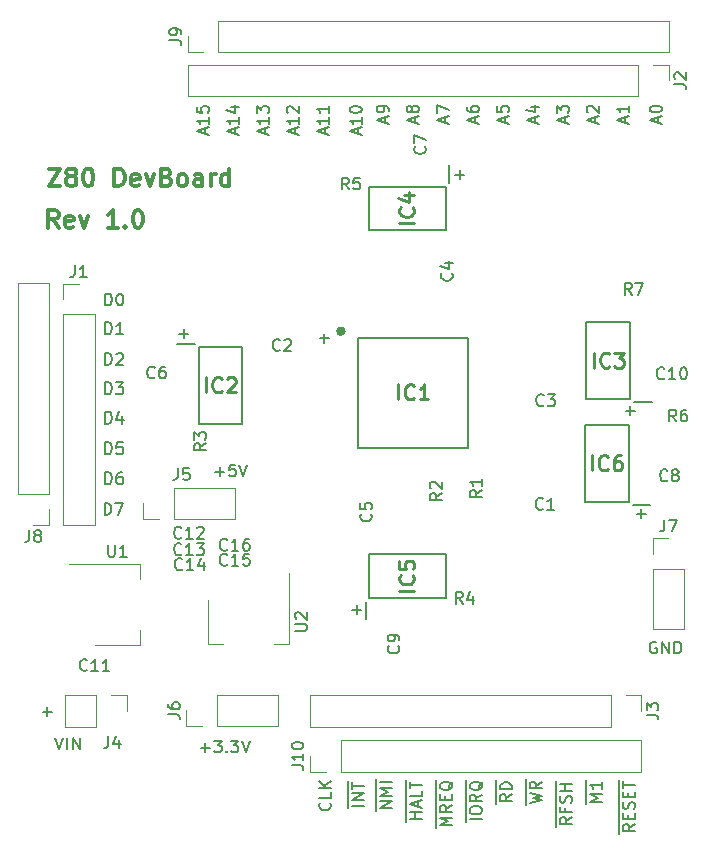
<source format=gbr>
%TF.GenerationSoftware,KiCad,Pcbnew,(5.1.6)-1*%
%TF.CreationDate,2020-09-22T22:19:13+03:00*%
%TF.ProjectId,Z80_devboard,5a38305f-6465-4766-926f-6172642e6b69,rev?*%
%TF.SameCoordinates,Original*%
%TF.FileFunction,Legend,Top*%
%TF.FilePolarity,Positive*%
%FSLAX46Y46*%
G04 Gerber Fmt 4.6, Leading zero omitted, Abs format (unit mm)*
G04 Created by KiCad (PCBNEW (5.1.6)-1) date 2020-09-22 22:19:13*
%MOMM*%
%LPD*%
G01*
G04 APERTURE LIST*
%ADD10C,0.150000*%
%ADD11C,0.300000*%
%ADD12C,0.120000*%
%ADD13C,0.200000*%
%ADD14C,0.400000*%
%ADD15C,0.254000*%
G04 APERTURE END LIST*
D10*
X114058747Y-66594028D02*
X114820652Y-66594028D01*
X114439700Y-66974980D02*
X114439700Y-66213076D01*
X128460547Y-86609228D02*
X129222452Y-86609228D01*
X128841500Y-86990180D02*
X128841500Y-86228276D01*
X129387647Y-95308728D02*
X130149552Y-95308728D01*
X129768600Y-95689680D02*
X129768600Y-94927776D01*
X105321147Y-103436728D02*
X106083052Y-103436728D01*
X105702100Y-103817680D02*
X105702100Y-103055776D01*
X90652647Y-80056028D02*
X91414552Y-80056028D01*
X91033600Y-80436980D02*
X91033600Y-79675076D01*
X102552547Y-80437028D02*
X103314452Y-80437028D01*
X102933500Y-80817980D02*
X102933500Y-80056076D01*
X80184761Y-114260380D02*
X80518095Y-115260380D01*
X80851428Y-114260380D01*
X81184761Y-115260380D02*
X81184761Y-114260380D01*
X81660952Y-115260380D02*
X81660952Y-114260380D01*
X82232380Y-115260380D01*
X82232380Y-114260380D01*
X93710285Y-91765428D02*
X94472190Y-91765428D01*
X94091238Y-92146380D02*
X94091238Y-91384476D01*
X95424571Y-91146380D02*
X94948380Y-91146380D01*
X94900761Y-91622571D01*
X94948380Y-91574952D01*
X95043619Y-91527333D01*
X95281714Y-91527333D01*
X95376952Y-91574952D01*
X95424571Y-91622571D01*
X95472190Y-91717809D01*
X95472190Y-91955904D01*
X95424571Y-92051142D01*
X95376952Y-92098761D01*
X95281714Y-92146380D01*
X95043619Y-92146380D01*
X94948380Y-92098761D01*
X94900761Y-92051142D01*
X95757904Y-91146380D02*
X96091238Y-92146380D01*
X96424571Y-91146380D01*
X92488000Y-115133428D02*
X93249904Y-115133428D01*
X92868952Y-115514380D02*
X92868952Y-114752476D01*
X93630857Y-114514380D02*
X94249904Y-114514380D01*
X93916571Y-114895333D01*
X94059428Y-114895333D01*
X94154666Y-114942952D01*
X94202285Y-114990571D01*
X94249904Y-115085809D01*
X94249904Y-115323904D01*
X94202285Y-115419142D01*
X94154666Y-115466761D01*
X94059428Y-115514380D01*
X93773714Y-115514380D01*
X93678476Y-115466761D01*
X93630857Y-115419142D01*
X94678476Y-115419142D02*
X94726095Y-115466761D01*
X94678476Y-115514380D01*
X94630857Y-115466761D01*
X94678476Y-115419142D01*
X94678476Y-115514380D01*
X95059428Y-114514380D02*
X95678476Y-114514380D01*
X95345142Y-114895333D01*
X95488000Y-114895333D01*
X95583238Y-114942952D01*
X95630857Y-114990571D01*
X95678476Y-115085809D01*
X95678476Y-115323904D01*
X95630857Y-115419142D01*
X95583238Y-115466761D01*
X95488000Y-115514380D01*
X95202285Y-115514380D01*
X95107047Y-115466761D01*
X95059428Y-115419142D01*
X95964190Y-114514380D02*
X96297523Y-115514380D01*
X96630857Y-114514380D01*
X131064095Y-106180000D02*
X130968857Y-106132380D01*
X130826000Y-106132380D01*
X130683142Y-106180000D01*
X130587904Y-106275238D01*
X130540285Y-106370476D01*
X130492666Y-106560952D01*
X130492666Y-106703809D01*
X130540285Y-106894285D01*
X130587904Y-106989523D01*
X130683142Y-107084761D01*
X130826000Y-107132380D01*
X130921238Y-107132380D01*
X131064095Y-107084761D01*
X131111714Y-107037142D01*
X131111714Y-106703809D01*
X130921238Y-106703809D01*
X131540285Y-107132380D02*
X131540285Y-106132380D01*
X132111714Y-107132380D01*
X132111714Y-106132380D01*
X132587904Y-107132380D02*
X132587904Y-106132380D01*
X132826000Y-106132380D01*
X132968857Y-106180000D01*
X133064095Y-106275238D01*
X133111714Y-106370476D01*
X133159333Y-106560952D01*
X133159333Y-106703809D01*
X133111714Y-106894285D01*
X133064095Y-106989523D01*
X132968857Y-107084761D01*
X132826000Y-107132380D01*
X132587904Y-107132380D01*
X92876666Y-63166476D02*
X92876666Y-62690285D01*
X93162380Y-63261714D02*
X92162380Y-62928380D01*
X93162380Y-62595047D01*
X93162380Y-61737904D02*
X93162380Y-62309333D01*
X93162380Y-62023619D02*
X92162380Y-62023619D01*
X92305238Y-62118857D01*
X92400476Y-62214095D01*
X92448095Y-62309333D01*
X92162380Y-60833142D02*
X92162380Y-61309333D01*
X92638571Y-61356952D01*
X92590952Y-61309333D01*
X92543333Y-61214095D01*
X92543333Y-60976000D01*
X92590952Y-60880761D01*
X92638571Y-60833142D01*
X92733809Y-60785523D01*
X92971904Y-60785523D01*
X93067142Y-60833142D01*
X93114761Y-60880761D01*
X93162380Y-60976000D01*
X93162380Y-61214095D01*
X93114761Y-61309333D01*
X93067142Y-61356952D01*
X95416666Y-63166476D02*
X95416666Y-62690285D01*
X95702380Y-63261714D02*
X94702380Y-62928380D01*
X95702380Y-62595047D01*
X95702380Y-61737904D02*
X95702380Y-62309333D01*
X95702380Y-62023619D02*
X94702380Y-62023619D01*
X94845238Y-62118857D01*
X94940476Y-62214095D01*
X94988095Y-62309333D01*
X95035714Y-60880761D02*
X95702380Y-60880761D01*
X94654761Y-61118857D02*
X95369047Y-61356952D01*
X95369047Y-60737904D01*
X97956666Y-63166476D02*
X97956666Y-62690285D01*
X98242380Y-63261714D02*
X97242380Y-62928380D01*
X98242380Y-62595047D01*
X98242380Y-61737904D02*
X98242380Y-62309333D01*
X98242380Y-62023619D02*
X97242380Y-62023619D01*
X97385238Y-62118857D01*
X97480476Y-62214095D01*
X97528095Y-62309333D01*
X97242380Y-61404571D02*
X97242380Y-60785523D01*
X97623333Y-61118857D01*
X97623333Y-60976000D01*
X97670952Y-60880761D01*
X97718571Y-60833142D01*
X97813809Y-60785523D01*
X98051904Y-60785523D01*
X98147142Y-60833142D01*
X98194761Y-60880761D01*
X98242380Y-60976000D01*
X98242380Y-61261714D01*
X98194761Y-61356952D01*
X98147142Y-61404571D01*
X100496666Y-63166476D02*
X100496666Y-62690285D01*
X100782380Y-63261714D02*
X99782380Y-62928380D01*
X100782380Y-62595047D01*
X100782380Y-61737904D02*
X100782380Y-62309333D01*
X100782380Y-62023619D02*
X99782380Y-62023619D01*
X99925238Y-62118857D01*
X100020476Y-62214095D01*
X100068095Y-62309333D01*
X99877619Y-61356952D02*
X99830000Y-61309333D01*
X99782380Y-61214095D01*
X99782380Y-60976000D01*
X99830000Y-60880761D01*
X99877619Y-60833142D01*
X99972857Y-60785523D01*
X100068095Y-60785523D01*
X100210952Y-60833142D01*
X100782380Y-61404571D01*
X100782380Y-60785523D01*
X103036666Y-63166476D02*
X103036666Y-62690285D01*
X103322380Y-63261714D02*
X102322380Y-62928380D01*
X103322380Y-62595047D01*
X103322380Y-61737904D02*
X103322380Y-62309333D01*
X103322380Y-62023619D02*
X102322380Y-62023619D01*
X102465238Y-62118857D01*
X102560476Y-62214095D01*
X102608095Y-62309333D01*
X103322380Y-60785523D02*
X103322380Y-61356952D01*
X103322380Y-61071238D02*
X102322380Y-61071238D01*
X102465238Y-61166476D01*
X102560476Y-61261714D01*
X102608095Y-61356952D01*
X105830666Y-63166476D02*
X105830666Y-62690285D01*
X106116380Y-63261714D02*
X105116380Y-62928380D01*
X106116380Y-62595047D01*
X106116380Y-61737904D02*
X106116380Y-62309333D01*
X106116380Y-62023619D02*
X105116380Y-62023619D01*
X105259238Y-62118857D01*
X105354476Y-62214095D01*
X105402095Y-62309333D01*
X105116380Y-61118857D02*
X105116380Y-61023619D01*
X105164000Y-60928380D01*
X105211619Y-60880761D01*
X105306857Y-60833142D01*
X105497333Y-60785523D01*
X105735428Y-60785523D01*
X105925904Y-60833142D01*
X106021142Y-60880761D01*
X106068761Y-60928380D01*
X106116380Y-61023619D01*
X106116380Y-61118857D01*
X106068761Y-61214095D01*
X106021142Y-61261714D01*
X105925904Y-61309333D01*
X105735428Y-61356952D01*
X105497333Y-61356952D01*
X105306857Y-61309333D01*
X105211619Y-61261714D01*
X105164000Y-61214095D01*
X105116380Y-61118857D01*
X108116666Y-62182285D02*
X108116666Y-61706095D01*
X108402380Y-62277523D02*
X107402380Y-61944190D01*
X108402380Y-61610857D01*
X108402380Y-61229904D02*
X108402380Y-61039428D01*
X108354761Y-60944190D01*
X108307142Y-60896571D01*
X108164285Y-60801333D01*
X107973809Y-60753714D01*
X107592857Y-60753714D01*
X107497619Y-60801333D01*
X107450000Y-60848952D01*
X107402380Y-60944190D01*
X107402380Y-61134666D01*
X107450000Y-61229904D01*
X107497619Y-61277523D01*
X107592857Y-61325142D01*
X107830952Y-61325142D01*
X107926190Y-61277523D01*
X107973809Y-61229904D01*
X108021428Y-61134666D01*
X108021428Y-60944190D01*
X107973809Y-60848952D01*
X107926190Y-60801333D01*
X107830952Y-60753714D01*
X110656666Y-62182285D02*
X110656666Y-61706095D01*
X110942380Y-62277523D02*
X109942380Y-61944190D01*
X110942380Y-61610857D01*
X110370952Y-61134666D02*
X110323333Y-61229904D01*
X110275714Y-61277523D01*
X110180476Y-61325142D01*
X110132857Y-61325142D01*
X110037619Y-61277523D01*
X109990000Y-61229904D01*
X109942380Y-61134666D01*
X109942380Y-60944190D01*
X109990000Y-60848952D01*
X110037619Y-60801333D01*
X110132857Y-60753714D01*
X110180476Y-60753714D01*
X110275714Y-60801333D01*
X110323333Y-60848952D01*
X110370952Y-60944190D01*
X110370952Y-61134666D01*
X110418571Y-61229904D01*
X110466190Y-61277523D01*
X110561428Y-61325142D01*
X110751904Y-61325142D01*
X110847142Y-61277523D01*
X110894761Y-61229904D01*
X110942380Y-61134666D01*
X110942380Y-60944190D01*
X110894761Y-60848952D01*
X110847142Y-60801333D01*
X110751904Y-60753714D01*
X110561428Y-60753714D01*
X110466190Y-60801333D01*
X110418571Y-60848952D01*
X110370952Y-60944190D01*
X113196666Y-62182285D02*
X113196666Y-61706095D01*
X113482380Y-62277523D02*
X112482380Y-61944190D01*
X113482380Y-61610857D01*
X112482380Y-61372761D02*
X112482380Y-60706095D01*
X113482380Y-61134666D01*
X115736666Y-62182285D02*
X115736666Y-61706095D01*
X116022380Y-62277523D02*
X115022380Y-61944190D01*
X116022380Y-61610857D01*
X115022380Y-60848952D02*
X115022380Y-61039428D01*
X115070000Y-61134666D01*
X115117619Y-61182285D01*
X115260476Y-61277523D01*
X115450952Y-61325142D01*
X115831904Y-61325142D01*
X115927142Y-61277523D01*
X115974761Y-61229904D01*
X116022380Y-61134666D01*
X116022380Y-60944190D01*
X115974761Y-60848952D01*
X115927142Y-60801333D01*
X115831904Y-60753714D01*
X115593809Y-60753714D01*
X115498571Y-60801333D01*
X115450952Y-60848952D01*
X115403333Y-60944190D01*
X115403333Y-61134666D01*
X115450952Y-61229904D01*
X115498571Y-61277523D01*
X115593809Y-61325142D01*
X118276666Y-62182285D02*
X118276666Y-61706095D01*
X118562380Y-62277523D02*
X117562380Y-61944190D01*
X118562380Y-61610857D01*
X117562380Y-60801333D02*
X117562380Y-61277523D01*
X118038571Y-61325142D01*
X117990952Y-61277523D01*
X117943333Y-61182285D01*
X117943333Y-60944190D01*
X117990952Y-60848952D01*
X118038571Y-60801333D01*
X118133809Y-60753714D01*
X118371904Y-60753714D01*
X118467142Y-60801333D01*
X118514761Y-60848952D01*
X118562380Y-60944190D01*
X118562380Y-61182285D01*
X118514761Y-61277523D01*
X118467142Y-61325142D01*
X120816666Y-62182285D02*
X120816666Y-61706095D01*
X121102380Y-62277523D02*
X120102380Y-61944190D01*
X121102380Y-61610857D01*
X120435714Y-60848952D02*
X121102380Y-60848952D01*
X120054761Y-61087047D02*
X120769047Y-61325142D01*
X120769047Y-60706095D01*
X123356666Y-62182285D02*
X123356666Y-61706095D01*
X123642380Y-62277523D02*
X122642380Y-61944190D01*
X123642380Y-61610857D01*
X122642380Y-61372761D02*
X122642380Y-60753714D01*
X123023333Y-61087047D01*
X123023333Y-60944190D01*
X123070952Y-60848952D01*
X123118571Y-60801333D01*
X123213809Y-60753714D01*
X123451904Y-60753714D01*
X123547142Y-60801333D01*
X123594761Y-60848952D01*
X123642380Y-60944190D01*
X123642380Y-61229904D01*
X123594761Y-61325142D01*
X123547142Y-61372761D01*
X125896666Y-62182285D02*
X125896666Y-61706095D01*
X126182380Y-62277523D02*
X125182380Y-61944190D01*
X126182380Y-61610857D01*
X125277619Y-61325142D02*
X125230000Y-61277523D01*
X125182380Y-61182285D01*
X125182380Y-60944190D01*
X125230000Y-60848952D01*
X125277619Y-60801333D01*
X125372857Y-60753714D01*
X125468095Y-60753714D01*
X125610952Y-60801333D01*
X126182380Y-61372761D01*
X126182380Y-60753714D01*
X128436666Y-62182285D02*
X128436666Y-61706095D01*
X128722380Y-62277523D02*
X127722380Y-61944190D01*
X128722380Y-61610857D01*
X128722380Y-60753714D02*
X128722380Y-61325142D01*
X128722380Y-61039428D02*
X127722380Y-61039428D01*
X127865238Y-61134666D01*
X127960476Y-61229904D01*
X128008095Y-61325142D01*
X131230666Y-62182285D02*
X131230666Y-61706095D01*
X131516380Y-62277523D02*
X130516380Y-61944190D01*
X131516380Y-61610857D01*
X130516380Y-61087047D02*
X130516380Y-60991809D01*
X130564000Y-60896571D01*
X130611619Y-60848952D01*
X130706857Y-60801333D01*
X130897333Y-60753714D01*
X131135428Y-60753714D01*
X131325904Y-60801333D01*
X131421142Y-60848952D01*
X131468761Y-60896571D01*
X131516380Y-60991809D01*
X131516380Y-61087047D01*
X131468761Y-61182285D01*
X131421142Y-61229904D01*
X131325904Y-61277523D01*
X131135428Y-61325142D01*
X130897333Y-61325142D01*
X130706857Y-61277523D01*
X130611619Y-61229904D01*
X130564000Y-61182285D01*
X130516380Y-61087047D01*
X127863000Y-122403904D02*
X127863000Y-121403904D01*
X129230380Y-121594380D02*
X128754190Y-121927714D01*
X129230380Y-122165809D02*
X128230380Y-122165809D01*
X128230380Y-121784857D01*
X128278000Y-121689619D01*
X128325619Y-121642000D01*
X128420857Y-121594380D01*
X128563714Y-121594380D01*
X128658952Y-121642000D01*
X128706571Y-121689619D01*
X128754190Y-121784857D01*
X128754190Y-122165809D01*
X127863000Y-121403904D02*
X127863000Y-120499142D01*
X128706571Y-121165809D02*
X128706571Y-120832476D01*
X129230380Y-120689619D02*
X129230380Y-121165809D01*
X128230380Y-121165809D01*
X128230380Y-120689619D01*
X127863000Y-120499142D02*
X127863000Y-119546761D01*
X129182761Y-120308666D02*
X129230380Y-120165809D01*
X129230380Y-119927714D01*
X129182761Y-119832476D01*
X129135142Y-119784857D01*
X129039904Y-119737238D01*
X128944666Y-119737238D01*
X128849428Y-119784857D01*
X128801809Y-119832476D01*
X128754190Y-119927714D01*
X128706571Y-120118190D01*
X128658952Y-120213428D01*
X128611333Y-120261047D01*
X128516095Y-120308666D01*
X128420857Y-120308666D01*
X128325619Y-120261047D01*
X128278000Y-120213428D01*
X128230380Y-120118190D01*
X128230380Y-119880095D01*
X128278000Y-119737238D01*
X127863000Y-119546761D02*
X127863000Y-118642000D01*
X128706571Y-119308666D02*
X128706571Y-118975333D01*
X129230380Y-118832476D02*
X129230380Y-119308666D01*
X128230380Y-119308666D01*
X128230380Y-118832476D01*
X127863000Y-118642000D02*
X127863000Y-117880095D01*
X128230380Y-118546761D02*
X128230380Y-117975333D01*
X129230380Y-118261047D02*
X128230380Y-118261047D01*
X122529000Y-121816571D02*
X122529000Y-120816571D01*
X123896380Y-121007047D02*
X123420190Y-121340380D01*
X123896380Y-121578476D02*
X122896380Y-121578476D01*
X122896380Y-121197523D01*
X122944000Y-121102285D01*
X122991619Y-121054666D01*
X123086857Y-121007047D01*
X123229714Y-121007047D01*
X123324952Y-121054666D01*
X123372571Y-121102285D01*
X123420190Y-121197523D01*
X123420190Y-121578476D01*
X122529000Y-120816571D02*
X122529000Y-119959428D01*
X123372571Y-120245142D02*
X123372571Y-120578476D01*
X123896380Y-120578476D02*
X122896380Y-120578476D01*
X122896380Y-120102285D01*
X122529000Y-119959428D02*
X122529000Y-119007047D01*
X123848761Y-119768952D02*
X123896380Y-119626095D01*
X123896380Y-119388000D01*
X123848761Y-119292761D01*
X123801142Y-119245142D01*
X123705904Y-119197523D01*
X123610666Y-119197523D01*
X123515428Y-119245142D01*
X123467809Y-119292761D01*
X123420190Y-119388000D01*
X123372571Y-119578476D01*
X123324952Y-119673714D01*
X123277333Y-119721333D01*
X123182095Y-119768952D01*
X123086857Y-119768952D01*
X122991619Y-119721333D01*
X122944000Y-119673714D01*
X122896380Y-119578476D01*
X122896380Y-119340380D01*
X122944000Y-119197523D01*
X122529000Y-119007047D02*
X122529000Y-117959428D01*
X123896380Y-118768952D02*
X122896380Y-118768952D01*
X123372571Y-118768952D02*
X123372571Y-118197523D01*
X123896380Y-118197523D02*
X122896380Y-118197523D01*
X117449000Y-119872000D02*
X117449000Y-118872000D01*
X118816380Y-119062476D02*
X118340190Y-119395809D01*
X118816380Y-119633904D02*
X117816380Y-119633904D01*
X117816380Y-119252952D01*
X117864000Y-119157714D01*
X117911619Y-119110095D01*
X118006857Y-119062476D01*
X118149714Y-119062476D01*
X118244952Y-119110095D01*
X118292571Y-119157714D01*
X118340190Y-119252952D01*
X118340190Y-119633904D01*
X117449000Y-118872000D02*
X117449000Y-117872000D01*
X118816380Y-118633904D02*
X117816380Y-118633904D01*
X117816380Y-118395809D01*
X117864000Y-118252952D01*
X117959238Y-118157714D01*
X118054476Y-118110095D01*
X118244952Y-118062476D01*
X118387809Y-118062476D01*
X118578285Y-118110095D01*
X118673523Y-118157714D01*
X118768761Y-118252952D01*
X118816380Y-118395809D01*
X118816380Y-118633904D01*
X112369000Y-121935619D02*
X112369000Y-120792761D01*
X113736380Y-121697523D02*
X112736380Y-121697523D01*
X113450666Y-121364190D01*
X112736380Y-121030857D01*
X113736380Y-121030857D01*
X112369000Y-120792761D02*
X112369000Y-119792761D01*
X113736380Y-119983238D02*
X113260190Y-120316571D01*
X113736380Y-120554666D02*
X112736380Y-120554666D01*
X112736380Y-120173714D01*
X112784000Y-120078476D01*
X112831619Y-120030857D01*
X112926857Y-119983238D01*
X113069714Y-119983238D01*
X113164952Y-120030857D01*
X113212571Y-120078476D01*
X113260190Y-120173714D01*
X113260190Y-120554666D01*
X112369000Y-119792761D02*
X112369000Y-118888000D01*
X113212571Y-119554666D02*
X113212571Y-119221333D01*
X113736380Y-119078476D02*
X113736380Y-119554666D01*
X112736380Y-119554666D01*
X112736380Y-119078476D01*
X112369000Y-118888000D02*
X112369000Y-117840380D01*
X113831619Y-117983238D02*
X113784000Y-118078476D01*
X113688761Y-118173714D01*
X113545904Y-118316571D01*
X113498285Y-118411809D01*
X113498285Y-118507047D01*
X113736380Y-118459428D02*
X113688761Y-118554666D01*
X113593523Y-118649904D01*
X113403047Y-118697523D01*
X113069714Y-118697523D01*
X112879238Y-118649904D01*
X112784000Y-118554666D01*
X112736380Y-118459428D01*
X112736380Y-118268952D01*
X112784000Y-118173714D01*
X112879238Y-118078476D01*
X113069714Y-118030857D01*
X113403047Y-118030857D01*
X113593523Y-118078476D01*
X113688761Y-118173714D01*
X113736380Y-118268952D01*
X113736380Y-118459428D01*
X125069000Y-119919619D02*
X125069000Y-118776761D01*
X126436380Y-119681523D02*
X125436380Y-119681523D01*
X126150666Y-119348190D01*
X125436380Y-119014857D01*
X126436380Y-119014857D01*
X125069000Y-118776761D02*
X125069000Y-117824380D01*
X126436380Y-118014857D02*
X126436380Y-118586285D01*
X126436380Y-118300571D02*
X125436380Y-118300571D01*
X125579238Y-118395809D01*
X125674476Y-118491047D01*
X125722095Y-118586285D01*
X119989000Y-119943428D02*
X119989000Y-118800571D01*
X120356380Y-119800571D02*
X121356380Y-119562476D01*
X120642095Y-119372000D01*
X121356380Y-119181523D01*
X120356380Y-118943428D01*
X119989000Y-118800571D02*
X119989000Y-117800571D01*
X121356380Y-117991047D02*
X120880190Y-118324380D01*
X121356380Y-118562476D02*
X120356380Y-118562476D01*
X120356380Y-118181523D01*
X120404000Y-118086285D01*
X120451619Y-118038666D01*
X120546857Y-117991047D01*
X120689714Y-117991047D01*
X120784952Y-118038666D01*
X120832571Y-118086285D01*
X120880190Y-118181523D01*
X120880190Y-118562476D01*
X114909000Y-121419714D02*
X114909000Y-120943523D01*
X116276380Y-121181619D02*
X115276380Y-121181619D01*
X114909000Y-120943523D02*
X114909000Y-119895904D01*
X115276380Y-120514952D02*
X115276380Y-120324476D01*
X115324000Y-120229238D01*
X115419238Y-120134000D01*
X115609714Y-120086380D01*
X115943047Y-120086380D01*
X116133523Y-120134000D01*
X116228761Y-120229238D01*
X116276380Y-120324476D01*
X116276380Y-120514952D01*
X116228761Y-120610190D01*
X116133523Y-120705428D01*
X115943047Y-120753047D01*
X115609714Y-120753047D01*
X115419238Y-120705428D01*
X115324000Y-120610190D01*
X115276380Y-120514952D01*
X114909000Y-119895904D02*
X114909000Y-118895904D01*
X116276380Y-119086380D02*
X115800190Y-119419714D01*
X116276380Y-119657809D02*
X115276380Y-119657809D01*
X115276380Y-119276857D01*
X115324000Y-119181619D01*
X115371619Y-119134000D01*
X115466857Y-119086380D01*
X115609714Y-119086380D01*
X115704952Y-119134000D01*
X115752571Y-119181619D01*
X115800190Y-119276857D01*
X115800190Y-119657809D01*
X114909000Y-118895904D02*
X114909000Y-117848285D01*
X116371619Y-117991142D02*
X116324000Y-118086380D01*
X116228761Y-118181619D01*
X116085904Y-118324476D01*
X116038285Y-118419714D01*
X116038285Y-118514952D01*
X116276380Y-118467333D02*
X116228761Y-118562571D01*
X116133523Y-118657809D01*
X115943047Y-118705428D01*
X115609714Y-118705428D01*
X115419238Y-118657809D01*
X115324000Y-118562571D01*
X115276380Y-118467333D01*
X115276380Y-118276857D01*
X115324000Y-118181619D01*
X115419238Y-118086380D01*
X115609714Y-118038761D01*
X115943047Y-118038761D01*
X116133523Y-118086380D01*
X116228761Y-118181619D01*
X116276380Y-118276857D01*
X116276380Y-118467333D01*
X109829000Y-121372095D02*
X109829000Y-120324476D01*
X111196380Y-121134000D02*
X110196380Y-121134000D01*
X110672571Y-121134000D02*
X110672571Y-120562571D01*
X111196380Y-120562571D02*
X110196380Y-120562571D01*
X109829000Y-120324476D02*
X109829000Y-119467333D01*
X110910666Y-120134000D02*
X110910666Y-119657809D01*
X111196380Y-120229238D02*
X110196380Y-119895904D01*
X111196380Y-119562571D01*
X109829000Y-119467333D02*
X109829000Y-118657809D01*
X111196380Y-118753047D02*
X111196380Y-119229238D01*
X110196380Y-119229238D01*
X109829000Y-118657809D02*
X109829000Y-117895904D01*
X110196380Y-118562571D02*
X110196380Y-117991142D01*
X111196380Y-118276857D02*
X110196380Y-118276857D01*
X107289000Y-120459333D02*
X107289000Y-119411714D01*
X108656380Y-120221238D02*
X107656380Y-120221238D01*
X108656380Y-119649809D01*
X107656380Y-119649809D01*
X107289000Y-119411714D02*
X107289000Y-118268857D01*
X108656380Y-119173619D02*
X107656380Y-119173619D01*
X108370666Y-118840285D01*
X107656380Y-118506952D01*
X108656380Y-118506952D01*
X107289000Y-118268857D02*
X107289000Y-117792666D01*
X108656380Y-118030761D02*
X107656380Y-118030761D01*
X104926800Y-120256157D02*
X104926800Y-119779966D01*
X106294180Y-120018061D02*
X105294180Y-120018061D01*
X104926800Y-119779966D02*
X104926800Y-118732347D01*
X106294180Y-119541871D02*
X105294180Y-119541871D01*
X106294180Y-118970442D01*
X105294180Y-118970442D01*
X104926800Y-118732347D02*
X104926800Y-117970442D01*
X105294180Y-118637109D02*
X105294180Y-118065680D01*
X106294180Y-118351395D02*
X105294180Y-118351395D01*
X103417642Y-119784738D02*
X103465261Y-119832357D01*
X103512880Y-119975214D01*
X103512880Y-120070452D01*
X103465261Y-120213309D01*
X103370023Y-120308547D01*
X103274785Y-120356166D01*
X103084309Y-120403785D01*
X102941452Y-120403785D01*
X102750976Y-120356166D01*
X102655738Y-120308547D01*
X102560500Y-120213309D01*
X102512880Y-120070452D01*
X102512880Y-119975214D01*
X102560500Y-119832357D01*
X102608119Y-119784738D01*
X103512880Y-118879976D02*
X103512880Y-119356166D01*
X102512880Y-119356166D01*
X103512880Y-118546642D02*
X102512880Y-118546642D01*
X103512880Y-117975214D02*
X102941452Y-118403785D01*
X102512880Y-117975214D02*
X103084309Y-118546642D01*
X79121047Y-112085428D02*
X79882952Y-112085428D01*
X79502000Y-112466380D02*
X79502000Y-111704476D01*
X84351904Y-95397580D02*
X84351904Y-94397580D01*
X84590000Y-94397580D01*
X84732857Y-94445200D01*
X84828095Y-94540438D01*
X84875714Y-94635676D01*
X84923333Y-94826152D01*
X84923333Y-94969009D01*
X84875714Y-95159485D01*
X84828095Y-95254723D01*
X84732857Y-95349961D01*
X84590000Y-95397580D01*
X84351904Y-95397580D01*
X85256666Y-94397580D02*
X85923333Y-94397580D01*
X85494761Y-95397580D01*
X84402704Y-92806780D02*
X84402704Y-91806780D01*
X84640800Y-91806780D01*
X84783657Y-91854400D01*
X84878895Y-91949638D01*
X84926514Y-92044876D01*
X84974133Y-92235352D01*
X84974133Y-92378209D01*
X84926514Y-92568685D01*
X84878895Y-92663923D01*
X84783657Y-92759161D01*
X84640800Y-92806780D01*
X84402704Y-92806780D01*
X85831276Y-91806780D02*
X85640800Y-91806780D01*
X85545561Y-91854400D01*
X85497942Y-91902019D01*
X85402704Y-92044876D01*
X85355085Y-92235352D01*
X85355085Y-92616304D01*
X85402704Y-92711542D01*
X85450323Y-92759161D01*
X85545561Y-92806780D01*
X85736038Y-92806780D01*
X85831276Y-92759161D01*
X85878895Y-92711542D01*
X85926514Y-92616304D01*
X85926514Y-92378209D01*
X85878895Y-92282971D01*
X85831276Y-92235352D01*
X85736038Y-92187733D01*
X85545561Y-92187733D01*
X85450323Y-92235352D01*
X85402704Y-92282971D01*
X85355085Y-92378209D01*
X84402704Y-90266780D02*
X84402704Y-89266780D01*
X84640800Y-89266780D01*
X84783657Y-89314400D01*
X84878895Y-89409638D01*
X84926514Y-89504876D01*
X84974133Y-89695352D01*
X84974133Y-89838209D01*
X84926514Y-90028685D01*
X84878895Y-90123923D01*
X84783657Y-90219161D01*
X84640800Y-90266780D01*
X84402704Y-90266780D01*
X85878895Y-89266780D02*
X85402704Y-89266780D01*
X85355085Y-89742971D01*
X85402704Y-89695352D01*
X85497942Y-89647733D01*
X85736038Y-89647733D01*
X85831276Y-89695352D01*
X85878895Y-89742971D01*
X85926514Y-89838209D01*
X85926514Y-90076304D01*
X85878895Y-90171542D01*
X85831276Y-90219161D01*
X85736038Y-90266780D01*
X85497942Y-90266780D01*
X85402704Y-90219161D01*
X85355085Y-90171542D01*
X84402704Y-87675980D02*
X84402704Y-86675980D01*
X84640800Y-86675980D01*
X84783657Y-86723600D01*
X84878895Y-86818838D01*
X84926514Y-86914076D01*
X84974133Y-87104552D01*
X84974133Y-87247409D01*
X84926514Y-87437885D01*
X84878895Y-87533123D01*
X84783657Y-87628361D01*
X84640800Y-87675980D01*
X84402704Y-87675980D01*
X85831276Y-87009314D02*
X85831276Y-87675980D01*
X85593180Y-86628361D02*
X85355085Y-87342647D01*
X85974133Y-87342647D01*
X84402704Y-85186780D02*
X84402704Y-84186780D01*
X84640800Y-84186780D01*
X84783657Y-84234400D01*
X84878895Y-84329638D01*
X84926514Y-84424876D01*
X84974133Y-84615352D01*
X84974133Y-84758209D01*
X84926514Y-84948685D01*
X84878895Y-85043923D01*
X84783657Y-85139161D01*
X84640800Y-85186780D01*
X84402704Y-85186780D01*
X85307466Y-84186780D02*
X85926514Y-84186780D01*
X85593180Y-84567733D01*
X85736038Y-84567733D01*
X85831276Y-84615352D01*
X85878895Y-84662971D01*
X85926514Y-84758209D01*
X85926514Y-84996304D01*
X85878895Y-85091542D01*
X85831276Y-85139161D01*
X85736038Y-85186780D01*
X85450323Y-85186780D01*
X85355085Y-85139161D01*
X85307466Y-85091542D01*
X84402704Y-82697580D02*
X84402704Y-81697580D01*
X84640800Y-81697580D01*
X84783657Y-81745200D01*
X84878895Y-81840438D01*
X84926514Y-81935676D01*
X84974133Y-82126152D01*
X84974133Y-82269009D01*
X84926514Y-82459485D01*
X84878895Y-82554723D01*
X84783657Y-82649961D01*
X84640800Y-82697580D01*
X84402704Y-82697580D01*
X85355085Y-81792819D02*
X85402704Y-81745200D01*
X85497942Y-81697580D01*
X85736038Y-81697580D01*
X85831276Y-81745200D01*
X85878895Y-81792819D01*
X85926514Y-81888057D01*
X85926514Y-81983295D01*
X85878895Y-82126152D01*
X85307466Y-82697580D01*
X85926514Y-82697580D01*
X84402704Y-80106780D02*
X84402704Y-79106780D01*
X84640800Y-79106780D01*
X84783657Y-79154400D01*
X84878895Y-79249638D01*
X84926514Y-79344876D01*
X84974133Y-79535352D01*
X84974133Y-79678209D01*
X84926514Y-79868685D01*
X84878895Y-79963923D01*
X84783657Y-80059161D01*
X84640800Y-80106780D01*
X84402704Y-80106780D01*
X85926514Y-80106780D02*
X85355085Y-80106780D01*
X85640800Y-80106780D02*
X85640800Y-79106780D01*
X85545561Y-79249638D01*
X85450323Y-79344876D01*
X85355085Y-79392495D01*
X84402704Y-77668380D02*
X84402704Y-76668380D01*
X84640800Y-76668380D01*
X84783657Y-76716000D01*
X84878895Y-76811238D01*
X84926514Y-76906476D01*
X84974133Y-77096952D01*
X84974133Y-77239809D01*
X84926514Y-77430285D01*
X84878895Y-77525523D01*
X84783657Y-77620761D01*
X84640800Y-77668380D01*
X84402704Y-77668380D01*
X85593180Y-76668380D02*
X85688419Y-76668380D01*
X85783657Y-76716000D01*
X85831276Y-76763619D01*
X85878895Y-76858857D01*
X85926514Y-77049333D01*
X85926514Y-77287428D01*
X85878895Y-77477904D01*
X85831276Y-77573142D01*
X85783657Y-77620761D01*
X85688419Y-77668380D01*
X85593180Y-77668380D01*
X85497942Y-77620761D01*
X85450323Y-77573142D01*
X85402704Y-77477904D01*
X85355085Y-77287428D01*
X85355085Y-77049333D01*
X85402704Y-76858857D01*
X85450323Y-76763619D01*
X85497942Y-76716000D01*
X85593180Y-76668380D01*
D11*
X80458857Y-71087371D02*
X79958857Y-70373085D01*
X79601714Y-71087371D02*
X79601714Y-69587371D01*
X80173142Y-69587371D01*
X80316000Y-69658800D01*
X80387428Y-69730228D01*
X80458857Y-69873085D01*
X80458857Y-70087371D01*
X80387428Y-70230228D01*
X80316000Y-70301657D01*
X80173142Y-70373085D01*
X79601714Y-70373085D01*
X81673142Y-71015942D02*
X81530285Y-71087371D01*
X81244571Y-71087371D01*
X81101714Y-71015942D01*
X81030285Y-70873085D01*
X81030285Y-70301657D01*
X81101714Y-70158800D01*
X81244571Y-70087371D01*
X81530285Y-70087371D01*
X81673142Y-70158800D01*
X81744571Y-70301657D01*
X81744571Y-70444514D01*
X81030285Y-70587371D01*
X82244571Y-70087371D02*
X82601714Y-71087371D01*
X82958857Y-70087371D01*
X85458857Y-71087371D02*
X84601714Y-71087371D01*
X85030285Y-71087371D02*
X85030285Y-69587371D01*
X84887428Y-69801657D01*
X84744571Y-69944514D01*
X84601714Y-70015942D01*
X86101714Y-70944514D02*
X86173142Y-71015942D01*
X86101714Y-71087371D01*
X86030285Y-71015942D01*
X86101714Y-70944514D01*
X86101714Y-71087371D01*
X87101714Y-69587371D02*
X87244571Y-69587371D01*
X87387428Y-69658800D01*
X87458857Y-69730228D01*
X87530285Y-69873085D01*
X87601714Y-70158800D01*
X87601714Y-70515942D01*
X87530285Y-70801657D01*
X87458857Y-70944514D01*
X87387428Y-71015942D01*
X87244571Y-71087371D01*
X87101714Y-71087371D01*
X86958857Y-71015942D01*
X86887428Y-70944514D01*
X86816000Y-70801657D01*
X86744571Y-70515942D01*
X86744571Y-70158800D01*
X86816000Y-69873085D01*
X86887428Y-69730228D01*
X86958857Y-69658800D01*
X87101714Y-69587371D01*
X79610914Y-66082171D02*
X80610914Y-66082171D01*
X79610914Y-67582171D01*
X80610914Y-67582171D01*
X81396628Y-66725028D02*
X81253771Y-66653600D01*
X81182342Y-66582171D01*
X81110914Y-66439314D01*
X81110914Y-66367885D01*
X81182342Y-66225028D01*
X81253771Y-66153600D01*
X81396628Y-66082171D01*
X81682342Y-66082171D01*
X81825200Y-66153600D01*
X81896628Y-66225028D01*
X81968057Y-66367885D01*
X81968057Y-66439314D01*
X81896628Y-66582171D01*
X81825200Y-66653600D01*
X81682342Y-66725028D01*
X81396628Y-66725028D01*
X81253771Y-66796457D01*
X81182342Y-66867885D01*
X81110914Y-67010742D01*
X81110914Y-67296457D01*
X81182342Y-67439314D01*
X81253771Y-67510742D01*
X81396628Y-67582171D01*
X81682342Y-67582171D01*
X81825200Y-67510742D01*
X81896628Y-67439314D01*
X81968057Y-67296457D01*
X81968057Y-67010742D01*
X81896628Y-66867885D01*
X81825200Y-66796457D01*
X81682342Y-66725028D01*
X82896628Y-66082171D02*
X83039485Y-66082171D01*
X83182342Y-66153600D01*
X83253771Y-66225028D01*
X83325200Y-66367885D01*
X83396628Y-66653600D01*
X83396628Y-67010742D01*
X83325200Y-67296457D01*
X83253771Y-67439314D01*
X83182342Y-67510742D01*
X83039485Y-67582171D01*
X82896628Y-67582171D01*
X82753771Y-67510742D01*
X82682342Y-67439314D01*
X82610914Y-67296457D01*
X82539485Y-67010742D01*
X82539485Y-66653600D01*
X82610914Y-66367885D01*
X82682342Y-66225028D01*
X82753771Y-66153600D01*
X82896628Y-66082171D01*
X85182342Y-67582171D02*
X85182342Y-66082171D01*
X85539485Y-66082171D01*
X85753771Y-66153600D01*
X85896628Y-66296457D01*
X85968057Y-66439314D01*
X86039485Y-66725028D01*
X86039485Y-66939314D01*
X85968057Y-67225028D01*
X85896628Y-67367885D01*
X85753771Y-67510742D01*
X85539485Y-67582171D01*
X85182342Y-67582171D01*
X87253771Y-67510742D02*
X87110914Y-67582171D01*
X86825200Y-67582171D01*
X86682342Y-67510742D01*
X86610914Y-67367885D01*
X86610914Y-66796457D01*
X86682342Y-66653600D01*
X86825200Y-66582171D01*
X87110914Y-66582171D01*
X87253771Y-66653600D01*
X87325200Y-66796457D01*
X87325200Y-66939314D01*
X86610914Y-67082171D01*
X87825200Y-66582171D02*
X88182342Y-67582171D01*
X88539485Y-66582171D01*
X89610914Y-66796457D02*
X89825200Y-66867885D01*
X89896628Y-66939314D01*
X89968057Y-67082171D01*
X89968057Y-67296457D01*
X89896628Y-67439314D01*
X89825200Y-67510742D01*
X89682342Y-67582171D01*
X89110914Y-67582171D01*
X89110914Y-66082171D01*
X89610914Y-66082171D01*
X89753771Y-66153600D01*
X89825200Y-66225028D01*
X89896628Y-66367885D01*
X89896628Y-66510742D01*
X89825200Y-66653600D01*
X89753771Y-66725028D01*
X89610914Y-66796457D01*
X89110914Y-66796457D01*
X90825200Y-67582171D02*
X90682342Y-67510742D01*
X90610914Y-67439314D01*
X90539485Y-67296457D01*
X90539485Y-66867885D01*
X90610914Y-66725028D01*
X90682342Y-66653600D01*
X90825200Y-66582171D01*
X91039485Y-66582171D01*
X91182342Y-66653600D01*
X91253771Y-66725028D01*
X91325200Y-66867885D01*
X91325200Y-67296457D01*
X91253771Y-67439314D01*
X91182342Y-67510742D01*
X91039485Y-67582171D01*
X90825200Y-67582171D01*
X92610914Y-67582171D02*
X92610914Y-66796457D01*
X92539485Y-66653600D01*
X92396628Y-66582171D01*
X92110914Y-66582171D01*
X91968057Y-66653600D01*
X92610914Y-67510742D02*
X92468057Y-67582171D01*
X92110914Y-67582171D01*
X91968057Y-67510742D01*
X91896628Y-67367885D01*
X91896628Y-67225028D01*
X91968057Y-67082171D01*
X92110914Y-67010742D01*
X92468057Y-67010742D01*
X92610914Y-66939314D01*
X93325200Y-67582171D02*
X93325200Y-66582171D01*
X93325200Y-66867885D02*
X93396628Y-66725028D01*
X93468057Y-66653600D01*
X93610914Y-66582171D01*
X93753771Y-66582171D01*
X94896628Y-67582171D02*
X94896628Y-66082171D01*
X94896628Y-67510742D02*
X94753771Y-67582171D01*
X94468057Y-67582171D01*
X94325200Y-67510742D01*
X94253771Y-67439314D01*
X94182342Y-67296457D01*
X94182342Y-66867885D01*
X94253771Y-66725028D01*
X94325200Y-66653600D01*
X94468057Y-66582171D01*
X94753771Y-66582171D01*
X94896628Y-66653600D01*
D12*
%TO.C,J10*%
X101730500Y-117141300D02*
X101730500Y-115811300D01*
X103060500Y-117141300D02*
X101730500Y-117141300D01*
X104330500Y-117141300D02*
X104330500Y-114481300D01*
X104330500Y-114481300D02*
X129790500Y-114481300D01*
X104330500Y-117141300D02*
X129790500Y-117141300D01*
X129790500Y-117141300D02*
X129790500Y-114481300D01*
%TO.C,J9*%
X91392700Y-56219400D02*
X91392700Y-54889400D01*
X92722700Y-56219400D02*
X91392700Y-56219400D01*
X93992700Y-56219400D02*
X93992700Y-53559400D01*
X93992700Y-53559400D02*
X132152700Y-53559400D01*
X93992700Y-56219400D02*
X132152700Y-56219400D01*
X132152700Y-56219400D02*
X132152700Y-53559400D01*
%TO.C,J8*%
X79638200Y-96237100D02*
X78308200Y-96237100D01*
X79638200Y-94907100D02*
X79638200Y-96237100D01*
X79638200Y-93637100D02*
X76978200Y-93637100D01*
X76978200Y-93637100D02*
X76978200Y-75797100D01*
X79638200Y-93637100D02*
X79638200Y-75797100D01*
X79638200Y-75797100D02*
X76978200Y-75797100D01*
%TO.C,J7*%
X130750000Y-97349000D02*
X132080000Y-97349000D01*
X130750000Y-98679000D02*
X130750000Y-97349000D01*
X130750000Y-99949000D02*
X133410000Y-99949000D01*
X133410000Y-99949000D02*
X133410000Y-105089000D01*
X130750000Y-99949000D02*
X130750000Y-105089000D01*
X130750000Y-105089000D02*
X133410000Y-105089000D01*
%TO.C,J6*%
X91253000Y-113280500D02*
X91253000Y-111950500D01*
X92583000Y-113280500D02*
X91253000Y-113280500D01*
X93853000Y-113280500D02*
X93853000Y-110620500D01*
X93853000Y-110620500D02*
X98993000Y-110620500D01*
X93853000Y-113280500D02*
X98993000Y-113280500D01*
X98993000Y-113280500D02*
X98993000Y-110620500D01*
%TO.C,J5*%
X87633500Y-95754500D02*
X87633500Y-94424500D01*
X88963500Y-95754500D02*
X87633500Y-95754500D01*
X90233500Y-95754500D02*
X90233500Y-93094500D01*
X90233500Y-93094500D02*
X95373500Y-93094500D01*
X90233500Y-95754500D02*
X95373500Y-95754500D01*
X95373500Y-95754500D02*
X95373500Y-93094500D01*
%TO.C,U2*%
X99930000Y-100357500D02*
X99930000Y-106367500D01*
X93110000Y-102607500D02*
X93110000Y-106367500D01*
X99930000Y-106367500D02*
X98670000Y-106367500D01*
X93110000Y-106367500D02*
X94370000Y-106367500D01*
%TO.C,U1*%
X81307500Y-99587000D02*
X87317500Y-99587000D01*
X83557500Y-106407000D02*
X87317500Y-106407000D01*
X87317500Y-99587000D02*
X87317500Y-100847000D01*
X87317500Y-106407000D02*
X87317500Y-105147000D01*
%TO.C,J4*%
X86229500Y-110684000D02*
X86229500Y-112014000D01*
X84899500Y-110684000D02*
X86229500Y-110684000D01*
X83629500Y-110684000D02*
X83629500Y-113344000D01*
X83629500Y-113344000D02*
X81029500Y-113344000D01*
X83629500Y-110684000D02*
X81029500Y-110684000D01*
X81029500Y-110684000D02*
X81029500Y-113344000D01*
%TO.C,J3*%
X101730500Y-110684000D02*
X101730500Y-113344000D01*
X127190500Y-110684000D02*
X101730500Y-110684000D01*
X127190500Y-113344000D02*
X101730500Y-113344000D01*
X127190500Y-110684000D02*
X127190500Y-113344000D01*
X128460500Y-110684000D02*
X129790500Y-110684000D01*
X129790500Y-110684000D02*
X129790500Y-112014000D01*
%TO.C,J2*%
X91380000Y-57280500D02*
X91380000Y-59940500D01*
X129540000Y-57280500D02*
X91380000Y-57280500D01*
X129540000Y-59940500D02*
X91380000Y-59940500D01*
X129540000Y-57280500D02*
X129540000Y-59940500D01*
X130810000Y-57280500D02*
X132140000Y-57280500D01*
X132140000Y-57280500D02*
X132140000Y-58610500D01*
%TO.C,J1*%
X80839000Y-96262500D02*
X83499000Y-96262500D01*
X80839000Y-78422500D02*
X80839000Y-96262500D01*
X83499000Y-78422500D02*
X83499000Y-96262500D01*
X80839000Y-78422500D02*
X83499000Y-78422500D01*
X80839000Y-77152500D02*
X80839000Y-75822500D01*
X80839000Y-75822500D02*
X82169000Y-75822500D01*
D13*
%TO.C,IC6*%
X128723000Y-94309000D02*
X125023000Y-94309000D01*
X125023000Y-94309000D02*
X125023000Y-87809000D01*
X125023000Y-87809000D02*
X128723000Y-87809000D01*
X128723000Y-87809000D02*
X128723000Y-94309000D01*
X130548000Y-94559000D02*
X129073000Y-94559000D01*
%TO.C,IC5*%
X106732000Y-102434000D02*
X106732000Y-98734000D01*
X106732000Y-98734000D02*
X113232000Y-98734000D01*
X113232000Y-98734000D02*
X113232000Y-102434000D01*
X113232000Y-102434000D02*
X106732000Y-102434000D01*
X106482000Y-104259000D02*
X106482000Y-102784000D01*
%TO.C,IC4*%
X113232000Y-67619000D02*
X113232000Y-71319000D01*
X113232000Y-71319000D02*
X106732000Y-71319000D01*
X106732000Y-71319000D02*
X106732000Y-67619000D01*
X106732000Y-67619000D02*
X113232000Y-67619000D01*
X113482000Y-65794000D02*
X113482000Y-67269000D01*
%TO.C,IC3*%
X128850000Y-85609500D02*
X125150000Y-85609500D01*
X125150000Y-85609500D02*
X125150000Y-79109500D01*
X125150000Y-79109500D02*
X128850000Y-79109500D01*
X128850000Y-79109500D02*
X128850000Y-85609500D01*
X130675000Y-85859500D02*
X129200000Y-85859500D01*
%TO.C,IC2*%
X92320500Y-81205000D02*
X96020500Y-81205000D01*
X96020500Y-81205000D02*
X96020500Y-87705000D01*
X96020500Y-87705000D02*
X92320500Y-87705000D01*
X92320500Y-87705000D02*
X92320500Y-81205000D01*
X90495500Y-80955000D02*
X91970500Y-80955000D01*
%TO.C,IC1*%
X105809000Y-80413000D02*
X115109000Y-80413000D01*
X115109000Y-80413000D02*
X115109000Y-89713000D01*
X115109000Y-89713000D02*
X105809000Y-89713000D01*
X105809000Y-89713000D02*
X105809000Y-80413000D01*
D14*
X104559000Y-79863000D02*
G75*
G03*
X104559000Y-79863000I-200000J0D01*
G01*
%TO.C,J10*%
D10*
X100182880Y-116620823D02*
X100897166Y-116620823D01*
X101040023Y-116668442D01*
X101135261Y-116763680D01*
X101182880Y-116906538D01*
X101182880Y-117001776D01*
X101182880Y-115620823D02*
X101182880Y-116192252D01*
X101182880Y-115906538D02*
X100182880Y-115906538D01*
X100325738Y-116001776D01*
X100420976Y-116097014D01*
X100468595Y-116192252D01*
X100182880Y-115001776D02*
X100182880Y-114906538D01*
X100230500Y-114811300D01*
X100278119Y-114763680D01*
X100373357Y-114716061D01*
X100563833Y-114668442D01*
X100801928Y-114668442D01*
X100992404Y-114716061D01*
X101087642Y-114763680D01*
X101135261Y-114811300D01*
X101182880Y-114906538D01*
X101182880Y-115001776D01*
X101135261Y-115097014D01*
X101087642Y-115144633D01*
X100992404Y-115192252D01*
X100801928Y-115239871D01*
X100563833Y-115239871D01*
X100373357Y-115192252D01*
X100278119Y-115144633D01*
X100230500Y-115097014D01*
X100182880Y-115001776D01*
%TO.C,J9*%
X89845080Y-55222733D02*
X90559366Y-55222733D01*
X90702223Y-55270352D01*
X90797461Y-55365590D01*
X90845080Y-55508447D01*
X90845080Y-55603685D01*
X90845080Y-54698923D02*
X90845080Y-54508447D01*
X90797461Y-54413209D01*
X90749842Y-54365590D01*
X90606985Y-54270352D01*
X90416509Y-54222733D01*
X90035557Y-54222733D01*
X89940319Y-54270352D01*
X89892700Y-54317971D01*
X89845080Y-54413209D01*
X89845080Y-54603685D01*
X89892700Y-54698923D01*
X89940319Y-54746542D01*
X90035557Y-54794161D01*
X90273652Y-54794161D01*
X90368890Y-54746542D01*
X90416509Y-54698923D01*
X90464128Y-54603685D01*
X90464128Y-54413209D01*
X90416509Y-54317971D01*
X90368890Y-54270352D01*
X90273652Y-54222733D01*
%TO.C,J8*%
X77974866Y-96689480D02*
X77974866Y-97403766D01*
X77927247Y-97546623D01*
X77832009Y-97641861D01*
X77689152Y-97689480D01*
X77593914Y-97689480D01*
X78593914Y-97118052D02*
X78498676Y-97070433D01*
X78451057Y-97022814D01*
X78403438Y-96927576D01*
X78403438Y-96879957D01*
X78451057Y-96784719D01*
X78498676Y-96737100D01*
X78593914Y-96689480D01*
X78784390Y-96689480D01*
X78879628Y-96737100D01*
X78927247Y-96784719D01*
X78974866Y-96879957D01*
X78974866Y-96927576D01*
X78927247Y-97022814D01*
X78879628Y-97070433D01*
X78784390Y-97118052D01*
X78593914Y-97118052D01*
X78498676Y-97165671D01*
X78451057Y-97213290D01*
X78403438Y-97308528D01*
X78403438Y-97499004D01*
X78451057Y-97594242D01*
X78498676Y-97641861D01*
X78593914Y-97689480D01*
X78784390Y-97689480D01*
X78879628Y-97641861D01*
X78927247Y-97594242D01*
X78974866Y-97499004D01*
X78974866Y-97308528D01*
X78927247Y-97213290D01*
X78879628Y-97165671D01*
X78784390Y-97118052D01*
%TO.C,R7*%
X128966933Y-76766680D02*
X128633600Y-76290490D01*
X128395504Y-76766680D02*
X128395504Y-75766680D01*
X128776457Y-75766680D01*
X128871695Y-75814300D01*
X128919314Y-75861919D01*
X128966933Y-75957157D01*
X128966933Y-76100014D01*
X128919314Y-76195252D01*
X128871695Y-76242871D01*
X128776457Y-76290490D01*
X128395504Y-76290490D01*
X129300266Y-75766680D02*
X129966933Y-75766680D01*
X129538361Y-76766680D01*
%TO.C,R6*%
X132751533Y-87498180D02*
X132418200Y-87021990D01*
X132180104Y-87498180D02*
X132180104Y-86498180D01*
X132561057Y-86498180D01*
X132656295Y-86545800D01*
X132703914Y-86593419D01*
X132751533Y-86688657D01*
X132751533Y-86831514D01*
X132703914Y-86926752D01*
X132656295Y-86974371D01*
X132561057Y-87021990D01*
X132180104Y-87021990D01*
X133608676Y-86498180D02*
X133418200Y-86498180D01*
X133322961Y-86545800D01*
X133275342Y-86593419D01*
X133180104Y-86736276D01*
X133132485Y-86926752D01*
X133132485Y-87307704D01*
X133180104Y-87402942D01*
X133227723Y-87450561D01*
X133322961Y-87498180D01*
X133513438Y-87498180D01*
X133608676Y-87450561D01*
X133656295Y-87402942D01*
X133703914Y-87307704D01*
X133703914Y-87069609D01*
X133656295Y-86974371D01*
X133608676Y-86926752D01*
X133513438Y-86879133D01*
X133322961Y-86879133D01*
X133227723Y-86926752D01*
X133180104Y-86974371D01*
X133132485Y-87069609D01*
%TO.C,R5*%
X105029833Y-67852880D02*
X104696500Y-67376690D01*
X104458404Y-67852880D02*
X104458404Y-66852880D01*
X104839357Y-66852880D01*
X104934595Y-66900500D01*
X104982214Y-66948119D01*
X105029833Y-67043357D01*
X105029833Y-67186214D01*
X104982214Y-67281452D01*
X104934595Y-67329071D01*
X104839357Y-67376690D01*
X104458404Y-67376690D01*
X105934595Y-66852880D02*
X105458404Y-66852880D01*
X105410785Y-67329071D01*
X105458404Y-67281452D01*
X105553642Y-67233833D01*
X105791738Y-67233833D01*
X105886976Y-67281452D01*
X105934595Y-67329071D01*
X105982214Y-67424309D01*
X105982214Y-67662404D01*
X105934595Y-67757642D01*
X105886976Y-67805261D01*
X105791738Y-67852880D01*
X105553642Y-67852880D01*
X105458404Y-67805261D01*
X105410785Y-67757642D01*
%TO.C,R4*%
X114664333Y-102914380D02*
X114331000Y-102438190D01*
X114092904Y-102914380D02*
X114092904Y-101914380D01*
X114473857Y-101914380D01*
X114569095Y-101962000D01*
X114616714Y-102009619D01*
X114664333Y-102104857D01*
X114664333Y-102247714D01*
X114616714Y-102342952D01*
X114569095Y-102390571D01*
X114473857Y-102438190D01*
X114092904Y-102438190D01*
X115521476Y-102247714D02*
X115521476Y-102914380D01*
X115283380Y-101866761D02*
X115045285Y-102581047D01*
X115664333Y-102581047D01*
%TO.C,J7*%
X131746666Y-95801380D02*
X131746666Y-96515666D01*
X131699047Y-96658523D01*
X131603809Y-96753761D01*
X131460952Y-96801380D01*
X131365714Y-96801380D01*
X132127619Y-95801380D02*
X132794285Y-95801380D01*
X132365714Y-96801380D01*
%TO.C,J6*%
X89705380Y-112283833D02*
X90419666Y-112283833D01*
X90562523Y-112331452D01*
X90657761Y-112426690D01*
X90705380Y-112569547D01*
X90705380Y-112664785D01*
X89705380Y-111379071D02*
X89705380Y-111569547D01*
X89753000Y-111664785D01*
X89800619Y-111712404D01*
X89943476Y-111807642D01*
X90133952Y-111855261D01*
X90514904Y-111855261D01*
X90610142Y-111807642D01*
X90657761Y-111760023D01*
X90705380Y-111664785D01*
X90705380Y-111474309D01*
X90657761Y-111379071D01*
X90610142Y-111331452D01*
X90514904Y-111283833D01*
X90276809Y-111283833D01*
X90181571Y-111331452D01*
X90133952Y-111379071D01*
X90086333Y-111474309D01*
X90086333Y-111664785D01*
X90133952Y-111760023D01*
X90181571Y-111807642D01*
X90276809Y-111855261D01*
%TO.C,J5*%
X90547866Y-91451180D02*
X90547866Y-92165466D01*
X90500247Y-92308323D01*
X90405009Y-92403561D01*
X90262152Y-92451180D01*
X90166914Y-92451180D01*
X91500247Y-91451180D02*
X91024057Y-91451180D01*
X90976438Y-91927371D01*
X91024057Y-91879752D01*
X91119295Y-91832133D01*
X91357390Y-91832133D01*
X91452628Y-91879752D01*
X91500247Y-91927371D01*
X91547866Y-92022609D01*
X91547866Y-92260704D01*
X91500247Y-92355942D01*
X91452628Y-92403561D01*
X91357390Y-92451180D01*
X91119295Y-92451180D01*
X91024057Y-92403561D01*
X90976438Y-92355942D01*
%TO.C,U2*%
X100472380Y-105219404D02*
X101281904Y-105219404D01*
X101377142Y-105171785D01*
X101424761Y-105124166D01*
X101472380Y-105028928D01*
X101472380Y-104838452D01*
X101424761Y-104743214D01*
X101377142Y-104695595D01*
X101281904Y-104647976D01*
X100472380Y-104647976D01*
X100567619Y-104219404D02*
X100520000Y-104171785D01*
X100472380Y-104076547D01*
X100472380Y-103838452D01*
X100520000Y-103743214D01*
X100567619Y-103695595D01*
X100662857Y-103647976D01*
X100758095Y-103647976D01*
X100900952Y-103695595D01*
X101472380Y-104267023D01*
X101472380Y-103647976D01*
%TO.C,U1*%
X84645595Y-97949380D02*
X84645595Y-98758904D01*
X84693214Y-98854142D01*
X84740833Y-98901761D01*
X84836071Y-98949380D01*
X85026547Y-98949380D01*
X85121785Y-98901761D01*
X85169404Y-98854142D01*
X85217023Y-98758904D01*
X85217023Y-97949380D01*
X86217023Y-98949380D02*
X85645595Y-98949380D01*
X85931309Y-98949380D02*
X85931309Y-97949380D01*
X85836071Y-98092238D01*
X85740833Y-98187476D01*
X85645595Y-98235095D01*
%TO.C,J4*%
X84655066Y-114158780D02*
X84655066Y-114873066D01*
X84607447Y-115015923D01*
X84512209Y-115111161D01*
X84369352Y-115158780D01*
X84274114Y-115158780D01*
X85559828Y-114492114D02*
X85559828Y-115158780D01*
X85321733Y-114111161D02*
X85083638Y-114825447D01*
X85702685Y-114825447D01*
%TO.C,C16*%
X94734142Y-98337642D02*
X94686523Y-98385261D01*
X94543666Y-98432880D01*
X94448428Y-98432880D01*
X94305571Y-98385261D01*
X94210333Y-98290023D01*
X94162714Y-98194785D01*
X94115095Y-98004309D01*
X94115095Y-97861452D01*
X94162714Y-97670976D01*
X94210333Y-97575738D01*
X94305571Y-97480500D01*
X94448428Y-97432880D01*
X94543666Y-97432880D01*
X94686523Y-97480500D01*
X94734142Y-97528119D01*
X95686523Y-98432880D02*
X95115095Y-98432880D01*
X95400809Y-98432880D02*
X95400809Y-97432880D01*
X95305571Y-97575738D01*
X95210333Y-97670976D01*
X95115095Y-97718595D01*
X96543666Y-97432880D02*
X96353190Y-97432880D01*
X96257952Y-97480500D01*
X96210333Y-97528119D01*
X96115095Y-97670976D01*
X96067476Y-97861452D01*
X96067476Y-98242404D01*
X96115095Y-98337642D01*
X96162714Y-98385261D01*
X96257952Y-98432880D01*
X96448428Y-98432880D01*
X96543666Y-98385261D01*
X96591285Y-98337642D01*
X96638904Y-98242404D01*
X96638904Y-98004309D01*
X96591285Y-97909071D01*
X96543666Y-97861452D01*
X96448428Y-97813833D01*
X96257952Y-97813833D01*
X96162714Y-97861452D01*
X96115095Y-97909071D01*
X96067476Y-98004309D01*
%TO.C,C15*%
X94734142Y-99607642D02*
X94686523Y-99655261D01*
X94543666Y-99702880D01*
X94448428Y-99702880D01*
X94305571Y-99655261D01*
X94210333Y-99560023D01*
X94162714Y-99464785D01*
X94115095Y-99274309D01*
X94115095Y-99131452D01*
X94162714Y-98940976D01*
X94210333Y-98845738D01*
X94305571Y-98750500D01*
X94448428Y-98702880D01*
X94543666Y-98702880D01*
X94686523Y-98750500D01*
X94734142Y-98798119D01*
X95686523Y-99702880D02*
X95115095Y-99702880D01*
X95400809Y-99702880D02*
X95400809Y-98702880D01*
X95305571Y-98845738D01*
X95210333Y-98940976D01*
X95115095Y-98988595D01*
X96591285Y-98702880D02*
X96115095Y-98702880D01*
X96067476Y-99179071D01*
X96115095Y-99131452D01*
X96210333Y-99083833D01*
X96448428Y-99083833D01*
X96543666Y-99131452D01*
X96591285Y-99179071D01*
X96638904Y-99274309D01*
X96638904Y-99512404D01*
X96591285Y-99607642D01*
X96543666Y-99655261D01*
X96448428Y-99702880D01*
X96210333Y-99702880D01*
X96115095Y-99655261D01*
X96067476Y-99607642D01*
%TO.C,C14*%
X90924142Y-99988642D02*
X90876523Y-100036261D01*
X90733666Y-100083880D01*
X90638428Y-100083880D01*
X90495571Y-100036261D01*
X90400333Y-99941023D01*
X90352714Y-99845785D01*
X90305095Y-99655309D01*
X90305095Y-99512452D01*
X90352714Y-99321976D01*
X90400333Y-99226738D01*
X90495571Y-99131500D01*
X90638428Y-99083880D01*
X90733666Y-99083880D01*
X90876523Y-99131500D01*
X90924142Y-99179119D01*
X91876523Y-100083880D02*
X91305095Y-100083880D01*
X91590809Y-100083880D02*
X91590809Y-99083880D01*
X91495571Y-99226738D01*
X91400333Y-99321976D01*
X91305095Y-99369595D01*
X92733666Y-99417214D02*
X92733666Y-100083880D01*
X92495571Y-99036261D02*
X92257476Y-99750547D01*
X92876523Y-99750547D01*
%TO.C,C13*%
X90860642Y-98718642D02*
X90813023Y-98766261D01*
X90670166Y-98813880D01*
X90574928Y-98813880D01*
X90432071Y-98766261D01*
X90336833Y-98671023D01*
X90289214Y-98575785D01*
X90241595Y-98385309D01*
X90241595Y-98242452D01*
X90289214Y-98051976D01*
X90336833Y-97956738D01*
X90432071Y-97861500D01*
X90574928Y-97813880D01*
X90670166Y-97813880D01*
X90813023Y-97861500D01*
X90860642Y-97909119D01*
X91813023Y-98813880D02*
X91241595Y-98813880D01*
X91527309Y-98813880D02*
X91527309Y-97813880D01*
X91432071Y-97956738D01*
X91336833Y-98051976D01*
X91241595Y-98099595D01*
X92146357Y-97813880D02*
X92765404Y-97813880D01*
X92432071Y-98194833D01*
X92574928Y-98194833D01*
X92670166Y-98242452D01*
X92717785Y-98290071D01*
X92765404Y-98385309D01*
X92765404Y-98623404D01*
X92717785Y-98718642D01*
X92670166Y-98766261D01*
X92574928Y-98813880D01*
X92289214Y-98813880D01*
X92193976Y-98766261D01*
X92146357Y-98718642D01*
%TO.C,C12*%
X90860642Y-97321642D02*
X90813023Y-97369261D01*
X90670166Y-97416880D01*
X90574928Y-97416880D01*
X90432071Y-97369261D01*
X90336833Y-97274023D01*
X90289214Y-97178785D01*
X90241595Y-96988309D01*
X90241595Y-96845452D01*
X90289214Y-96654976D01*
X90336833Y-96559738D01*
X90432071Y-96464500D01*
X90574928Y-96416880D01*
X90670166Y-96416880D01*
X90813023Y-96464500D01*
X90860642Y-96512119D01*
X91813023Y-97416880D02*
X91241595Y-97416880D01*
X91527309Y-97416880D02*
X91527309Y-96416880D01*
X91432071Y-96559738D01*
X91336833Y-96654976D01*
X91241595Y-96702595D01*
X92193976Y-96512119D02*
X92241595Y-96464500D01*
X92336833Y-96416880D01*
X92574928Y-96416880D01*
X92670166Y-96464500D01*
X92717785Y-96512119D01*
X92765404Y-96607357D01*
X92765404Y-96702595D01*
X92717785Y-96845452D01*
X92146357Y-97416880D01*
X92765404Y-97416880D01*
%TO.C,C11*%
X82859642Y-108534142D02*
X82812023Y-108581761D01*
X82669166Y-108629380D01*
X82573928Y-108629380D01*
X82431071Y-108581761D01*
X82335833Y-108486523D01*
X82288214Y-108391285D01*
X82240595Y-108200809D01*
X82240595Y-108057952D01*
X82288214Y-107867476D01*
X82335833Y-107772238D01*
X82431071Y-107677000D01*
X82573928Y-107629380D01*
X82669166Y-107629380D01*
X82812023Y-107677000D01*
X82859642Y-107724619D01*
X83812023Y-108629380D02*
X83240595Y-108629380D01*
X83526309Y-108629380D02*
X83526309Y-107629380D01*
X83431071Y-107772238D01*
X83335833Y-107867476D01*
X83240595Y-107915095D01*
X84764404Y-108629380D02*
X84192976Y-108629380D01*
X84478690Y-108629380D02*
X84478690Y-107629380D01*
X84383452Y-107772238D01*
X84288214Y-107867476D01*
X84192976Y-107915095D01*
%TO.C,J3*%
X130242880Y-112347333D02*
X130957166Y-112347333D01*
X131100023Y-112394952D01*
X131195261Y-112490190D01*
X131242880Y-112633047D01*
X131242880Y-112728285D01*
X130242880Y-111966380D02*
X130242880Y-111347333D01*
X130623833Y-111680666D01*
X130623833Y-111537809D01*
X130671452Y-111442571D01*
X130719071Y-111394952D01*
X130814309Y-111347333D01*
X131052404Y-111347333D01*
X131147642Y-111394952D01*
X131195261Y-111442571D01*
X131242880Y-111537809D01*
X131242880Y-111823523D01*
X131195261Y-111918761D01*
X131147642Y-111966380D01*
%TO.C,J2*%
X132592380Y-58943833D02*
X133306666Y-58943833D01*
X133449523Y-58991452D01*
X133544761Y-59086690D01*
X133592380Y-59229547D01*
X133592380Y-59324785D01*
X132687619Y-58515261D02*
X132640000Y-58467642D01*
X132592380Y-58372404D01*
X132592380Y-58134309D01*
X132640000Y-58039071D01*
X132687619Y-57991452D01*
X132782857Y-57943833D01*
X132878095Y-57943833D01*
X133020952Y-57991452D01*
X133592380Y-58562880D01*
X133592380Y-57943833D01*
%TO.C,J1*%
X81835666Y-74274880D02*
X81835666Y-74989166D01*
X81788047Y-75132023D01*
X81692809Y-75227261D01*
X81549952Y-75274880D01*
X81454714Y-75274880D01*
X82835666Y-75274880D02*
X82264238Y-75274880D01*
X82549952Y-75274880D02*
X82549952Y-74274880D01*
X82454714Y-74417738D01*
X82359476Y-74512976D01*
X82264238Y-74560595D01*
%TO.C,R3*%
X92935380Y-89361166D02*
X92459190Y-89694500D01*
X92935380Y-89932595D02*
X91935380Y-89932595D01*
X91935380Y-89551642D01*
X91983000Y-89456404D01*
X92030619Y-89408785D01*
X92125857Y-89361166D01*
X92268714Y-89361166D01*
X92363952Y-89408785D01*
X92411571Y-89456404D01*
X92459190Y-89551642D01*
X92459190Y-89932595D01*
X91935380Y-89027833D02*
X91935380Y-88408785D01*
X92316333Y-88742119D01*
X92316333Y-88599261D01*
X92363952Y-88504023D01*
X92411571Y-88456404D01*
X92506809Y-88408785D01*
X92744904Y-88408785D01*
X92840142Y-88456404D01*
X92887761Y-88504023D01*
X92935380Y-88599261D01*
X92935380Y-88884976D01*
X92887761Y-88980214D01*
X92840142Y-89027833D01*
%TO.C,R2*%
X112883880Y-93552166D02*
X112407690Y-93885500D01*
X112883880Y-94123595D02*
X111883880Y-94123595D01*
X111883880Y-93742642D01*
X111931500Y-93647404D01*
X111979119Y-93599785D01*
X112074357Y-93552166D01*
X112217214Y-93552166D01*
X112312452Y-93599785D01*
X112360071Y-93647404D01*
X112407690Y-93742642D01*
X112407690Y-94123595D01*
X111979119Y-93171214D02*
X111931500Y-93123595D01*
X111883880Y-93028357D01*
X111883880Y-92790261D01*
X111931500Y-92695023D01*
X111979119Y-92647404D01*
X112074357Y-92599785D01*
X112169595Y-92599785D01*
X112312452Y-92647404D01*
X112883880Y-93218833D01*
X112883880Y-92599785D01*
%TO.C,R1*%
X116276380Y-93321166D02*
X115800190Y-93654500D01*
X116276380Y-93892595D02*
X115276380Y-93892595D01*
X115276380Y-93511642D01*
X115324000Y-93416404D01*
X115371619Y-93368785D01*
X115466857Y-93321166D01*
X115609714Y-93321166D01*
X115704952Y-93368785D01*
X115752571Y-93416404D01*
X115800190Y-93511642D01*
X115800190Y-93892595D01*
X116276380Y-92368785D02*
X116276380Y-92940214D01*
X116276380Y-92654500D02*
X115276380Y-92654500D01*
X115419238Y-92749738D01*
X115514476Y-92844976D01*
X115562095Y-92940214D01*
%TO.C,IC6*%
D15*
X125633238Y-91633523D02*
X125633238Y-90363523D01*
X126963714Y-91512571D02*
X126903238Y-91573047D01*
X126721809Y-91633523D01*
X126600857Y-91633523D01*
X126419428Y-91573047D01*
X126298476Y-91452095D01*
X126238000Y-91331142D01*
X126177523Y-91089238D01*
X126177523Y-90907809D01*
X126238000Y-90665904D01*
X126298476Y-90544952D01*
X126419428Y-90424000D01*
X126600857Y-90363523D01*
X126721809Y-90363523D01*
X126903238Y-90424000D01*
X126963714Y-90484476D01*
X128052285Y-90363523D02*
X127810380Y-90363523D01*
X127689428Y-90424000D01*
X127628952Y-90484476D01*
X127508000Y-90665904D01*
X127447523Y-90907809D01*
X127447523Y-91391619D01*
X127508000Y-91512571D01*
X127568476Y-91573047D01*
X127689428Y-91633523D01*
X127931333Y-91633523D01*
X128052285Y-91573047D01*
X128112761Y-91512571D01*
X128173238Y-91391619D01*
X128173238Y-91089238D01*
X128112761Y-90968285D01*
X128052285Y-90907809D01*
X127931333Y-90847333D01*
X127689428Y-90847333D01*
X127568476Y-90907809D01*
X127508000Y-90968285D01*
X127447523Y-91089238D01*
%TO.C,IC5*%
X110556523Y-101823761D02*
X109286523Y-101823761D01*
X110435571Y-100493285D02*
X110496047Y-100553761D01*
X110556523Y-100735190D01*
X110556523Y-100856142D01*
X110496047Y-101037571D01*
X110375095Y-101158523D01*
X110254142Y-101219000D01*
X110012238Y-101279476D01*
X109830809Y-101279476D01*
X109588904Y-101219000D01*
X109467952Y-101158523D01*
X109347000Y-101037571D01*
X109286523Y-100856142D01*
X109286523Y-100735190D01*
X109347000Y-100553761D01*
X109407476Y-100493285D01*
X109286523Y-99344238D02*
X109286523Y-99949000D01*
X109891285Y-100009476D01*
X109830809Y-99949000D01*
X109770333Y-99828047D01*
X109770333Y-99525666D01*
X109830809Y-99404714D01*
X109891285Y-99344238D01*
X110012238Y-99283761D01*
X110314619Y-99283761D01*
X110435571Y-99344238D01*
X110496047Y-99404714D01*
X110556523Y-99525666D01*
X110556523Y-99828047D01*
X110496047Y-99949000D01*
X110435571Y-100009476D01*
%TO.C,IC4*%
X110556523Y-70708761D02*
X109286523Y-70708761D01*
X110435571Y-69378285D02*
X110496047Y-69438761D01*
X110556523Y-69620190D01*
X110556523Y-69741142D01*
X110496047Y-69922571D01*
X110375095Y-70043523D01*
X110254142Y-70104000D01*
X110012238Y-70164476D01*
X109830809Y-70164476D01*
X109588904Y-70104000D01*
X109467952Y-70043523D01*
X109347000Y-69922571D01*
X109286523Y-69741142D01*
X109286523Y-69620190D01*
X109347000Y-69438761D01*
X109407476Y-69378285D01*
X109709857Y-68289714D02*
X110556523Y-68289714D01*
X109226047Y-68592095D02*
X110133190Y-68894476D01*
X110133190Y-68108285D01*
%TO.C,IC3*%
X125760238Y-82934023D02*
X125760238Y-81664023D01*
X127090714Y-82813071D02*
X127030238Y-82873547D01*
X126848809Y-82934023D01*
X126727857Y-82934023D01*
X126546428Y-82873547D01*
X126425476Y-82752595D01*
X126365000Y-82631642D01*
X126304523Y-82389738D01*
X126304523Y-82208309D01*
X126365000Y-81966404D01*
X126425476Y-81845452D01*
X126546428Y-81724500D01*
X126727857Y-81664023D01*
X126848809Y-81664023D01*
X127030238Y-81724500D01*
X127090714Y-81784976D01*
X127514047Y-81664023D02*
X128300238Y-81664023D01*
X127876904Y-82147833D01*
X128058333Y-82147833D01*
X128179285Y-82208309D01*
X128239761Y-82268785D01*
X128300238Y-82389738D01*
X128300238Y-82692119D01*
X128239761Y-82813071D01*
X128179285Y-82873547D01*
X128058333Y-82934023D01*
X127695476Y-82934023D01*
X127574523Y-82873547D01*
X127514047Y-82813071D01*
%TO.C,IC2*%
X92930738Y-85029523D02*
X92930738Y-83759523D01*
X94261214Y-84908571D02*
X94200738Y-84969047D01*
X94019309Y-85029523D01*
X93898357Y-85029523D01*
X93716928Y-84969047D01*
X93595976Y-84848095D01*
X93535500Y-84727142D01*
X93475023Y-84485238D01*
X93475023Y-84303809D01*
X93535500Y-84061904D01*
X93595976Y-83940952D01*
X93716928Y-83820000D01*
X93898357Y-83759523D01*
X94019309Y-83759523D01*
X94200738Y-83820000D01*
X94261214Y-83880476D01*
X94745023Y-83880476D02*
X94805500Y-83820000D01*
X94926452Y-83759523D01*
X95228833Y-83759523D01*
X95349785Y-83820000D01*
X95410261Y-83880476D01*
X95470738Y-84001428D01*
X95470738Y-84122380D01*
X95410261Y-84303809D01*
X94684547Y-85029523D01*
X95470738Y-85029523D01*
%TO.C,IC1*%
X109219238Y-85637523D02*
X109219238Y-84367523D01*
X110549714Y-85516571D02*
X110489238Y-85577047D01*
X110307809Y-85637523D01*
X110186857Y-85637523D01*
X110005428Y-85577047D01*
X109884476Y-85456095D01*
X109824000Y-85335142D01*
X109763523Y-85093238D01*
X109763523Y-84911809D01*
X109824000Y-84669904D01*
X109884476Y-84548952D01*
X110005428Y-84428000D01*
X110186857Y-84367523D01*
X110307809Y-84367523D01*
X110489238Y-84428000D01*
X110549714Y-84488476D01*
X111759238Y-85637523D02*
X111033523Y-85637523D01*
X111396380Y-85637523D02*
X111396380Y-84367523D01*
X111275428Y-84548952D01*
X111154476Y-84669904D01*
X111033523Y-84730380D01*
%TO.C,C10*%
D10*
X131731642Y-83832642D02*
X131684023Y-83880261D01*
X131541166Y-83927880D01*
X131445928Y-83927880D01*
X131303071Y-83880261D01*
X131207833Y-83785023D01*
X131160214Y-83689785D01*
X131112595Y-83499309D01*
X131112595Y-83356452D01*
X131160214Y-83165976D01*
X131207833Y-83070738D01*
X131303071Y-82975500D01*
X131445928Y-82927880D01*
X131541166Y-82927880D01*
X131684023Y-82975500D01*
X131731642Y-83023119D01*
X132684023Y-83927880D02*
X132112595Y-83927880D01*
X132398309Y-83927880D02*
X132398309Y-82927880D01*
X132303071Y-83070738D01*
X132207833Y-83165976D01*
X132112595Y-83213595D01*
X133303071Y-82927880D02*
X133398309Y-82927880D01*
X133493547Y-82975500D01*
X133541166Y-83023119D01*
X133588785Y-83118357D01*
X133636404Y-83308833D01*
X133636404Y-83546928D01*
X133588785Y-83737404D01*
X133541166Y-83832642D01*
X133493547Y-83880261D01*
X133398309Y-83927880D01*
X133303071Y-83927880D01*
X133207833Y-83880261D01*
X133160214Y-83832642D01*
X133112595Y-83737404D01*
X133064976Y-83546928D01*
X133064976Y-83308833D01*
X133112595Y-83118357D01*
X133160214Y-83023119D01*
X133207833Y-82975500D01*
X133303071Y-82927880D01*
%TO.C,C9*%
X109223142Y-106488666D02*
X109270761Y-106536285D01*
X109318380Y-106679142D01*
X109318380Y-106774380D01*
X109270761Y-106917238D01*
X109175523Y-107012476D01*
X109080285Y-107060095D01*
X108889809Y-107107714D01*
X108746952Y-107107714D01*
X108556476Y-107060095D01*
X108461238Y-107012476D01*
X108366000Y-106917238D01*
X108318380Y-106774380D01*
X108318380Y-106679142D01*
X108366000Y-106536285D01*
X108413619Y-106488666D01*
X109318380Y-106012476D02*
X109318380Y-105822000D01*
X109270761Y-105726761D01*
X109223142Y-105679142D01*
X109080285Y-105583904D01*
X108889809Y-105536285D01*
X108508857Y-105536285D01*
X108413619Y-105583904D01*
X108366000Y-105631523D01*
X108318380Y-105726761D01*
X108318380Y-105917238D01*
X108366000Y-106012476D01*
X108413619Y-106060095D01*
X108508857Y-106107714D01*
X108746952Y-106107714D01*
X108842190Y-106060095D01*
X108889809Y-106012476D01*
X108937428Y-105917238D01*
X108937428Y-105726761D01*
X108889809Y-105631523D01*
X108842190Y-105583904D01*
X108746952Y-105536285D01*
%TO.C,C8*%
X131999833Y-92468642D02*
X131952214Y-92516261D01*
X131809357Y-92563880D01*
X131714119Y-92563880D01*
X131571261Y-92516261D01*
X131476023Y-92421023D01*
X131428404Y-92325785D01*
X131380785Y-92135309D01*
X131380785Y-91992452D01*
X131428404Y-91801976D01*
X131476023Y-91706738D01*
X131571261Y-91611500D01*
X131714119Y-91563880D01*
X131809357Y-91563880D01*
X131952214Y-91611500D01*
X131999833Y-91659119D01*
X132571261Y-91992452D02*
X132476023Y-91944833D01*
X132428404Y-91897214D01*
X132380785Y-91801976D01*
X132380785Y-91754357D01*
X132428404Y-91659119D01*
X132476023Y-91611500D01*
X132571261Y-91563880D01*
X132761738Y-91563880D01*
X132856976Y-91611500D01*
X132904595Y-91659119D01*
X132952214Y-91754357D01*
X132952214Y-91801976D01*
X132904595Y-91897214D01*
X132856976Y-91944833D01*
X132761738Y-91992452D01*
X132571261Y-91992452D01*
X132476023Y-92040071D01*
X132428404Y-92087690D01*
X132380785Y-92182928D01*
X132380785Y-92373404D01*
X132428404Y-92468642D01*
X132476023Y-92516261D01*
X132571261Y-92563880D01*
X132761738Y-92563880D01*
X132856976Y-92516261D01*
X132904595Y-92468642D01*
X132952214Y-92373404D01*
X132952214Y-92182928D01*
X132904595Y-92087690D01*
X132856976Y-92040071D01*
X132761738Y-91992452D01*
%TO.C,C7*%
X111455142Y-64215166D02*
X111502761Y-64262785D01*
X111550380Y-64405642D01*
X111550380Y-64500880D01*
X111502761Y-64643738D01*
X111407523Y-64738976D01*
X111312285Y-64786595D01*
X111121809Y-64834214D01*
X110978952Y-64834214D01*
X110788476Y-64786595D01*
X110693238Y-64738976D01*
X110598000Y-64643738D01*
X110550380Y-64500880D01*
X110550380Y-64405642D01*
X110598000Y-64262785D01*
X110645619Y-64215166D01*
X110550380Y-63881833D02*
X110550380Y-63215166D01*
X111550380Y-63643738D01*
%TO.C,C6*%
X88583333Y-83759642D02*
X88535714Y-83807261D01*
X88392857Y-83854880D01*
X88297619Y-83854880D01*
X88154761Y-83807261D01*
X88059523Y-83712023D01*
X88011904Y-83616785D01*
X87964285Y-83426309D01*
X87964285Y-83283452D01*
X88011904Y-83092976D01*
X88059523Y-82997738D01*
X88154761Y-82902500D01*
X88297619Y-82854880D01*
X88392857Y-82854880D01*
X88535714Y-82902500D01*
X88583333Y-82950119D01*
X89440476Y-82854880D02*
X89250000Y-82854880D01*
X89154761Y-82902500D01*
X89107142Y-82950119D01*
X89011904Y-83092976D01*
X88964285Y-83283452D01*
X88964285Y-83664404D01*
X89011904Y-83759642D01*
X89059523Y-83807261D01*
X89154761Y-83854880D01*
X89345238Y-83854880D01*
X89440476Y-83807261D01*
X89488095Y-83759642D01*
X89535714Y-83664404D01*
X89535714Y-83426309D01*
X89488095Y-83331071D01*
X89440476Y-83283452D01*
X89345238Y-83235833D01*
X89154761Y-83235833D01*
X89059523Y-83283452D01*
X89011904Y-83331071D01*
X88964285Y-83426309D01*
%TO.C,C5*%
X106883142Y-95330166D02*
X106930761Y-95377785D01*
X106978380Y-95520642D01*
X106978380Y-95615880D01*
X106930761Y-95758738D01*
X106835523Y-95853976D01*
X106740285Y-95901595D01*
X106549809Y-95949214D01*
X106406952Y-95949214D01*
X106216476Y-95901595D01*
X106121238Y-95853976D01*
X106026000Y-95758738D01*
X105978380Y-95615880D01*
X105978380Y-95520642D01*
X106026000Y-95377785D01*
X106073619Y-95330166D01*
X105978380Y-94425404D02*
X105978380Y-94901595D01*
X106454571Y-94949214D01*
X106406952Y-94901595D01*
X106359333Y-94806357D01*
X106359333Y-94568261D01*
X106406952Y-94473023D01*
X106454571Y-94425404D01*
X106549809Y-94377785D01*
X106787904Y-94377785D01*
X106883142Y-94425404D01*
X106930761Y-94473023D01*
X106978380Y-94568261D01*
X106978380Y-94806357D01*
X106930761Y-94901595D01*
X106883142Y-94949214D01*
%TO.C,C4*%
X113731642Y-74946666D02*
X113779261Y-74994285D01*
X113826880Y-75137142D01*
X113826880Y-75232380D01*
X113779261Y-75375238D01*
X113684023Y-75470476D01*
X113588785Y-75518095D01*
X113398309Y-75565714D01*
X113255452Y-75565714D01*
X113064976Y-75518095D01*
X112969738Y-75470476D01*
X112874500Y-75375238D01*
X112826880Y-75232380D01*
X112826880Y-75137142D01*
X112874500Y-74994285D01*
X112922119Y-74946666D01*
X113160214Y-74089523D02*
X113826880Y-74089523D01*
X112779261Y-74327619D02*
X113493547Y-74565714D01*
X113493547Y-73946666D01*
%TO.C,C3*%
X121522333Y-86109142D02*
X121474714Y-86156761D01*
X121331857Y-86204380D01*
X121236619Y-86204380D01*
X121093761Y-86156761D01*
X120998523Y-86061523D01*
X120950904Y-85966285D01*
X120903285Y-85775809D01*
X120903285Y-85632952D01*
X120950904Y-85442476D01*
X120998523Y-85347238D01*
X121093761Y-85252000D01*
X121236619Y-85204380D01*
X121331857Y-85204380D01*
X121474714Y-85252000D01*
X121522333Y-85299619D01*
X121855666Y-85204380D02*
X122474714Y-85204380D01*
X122141380Y-85585333D01*
X122284238Y-85585333D01*
X122379476Y-85632952D01*
X122427095Y-85680571D01*
X122474714Y-85775809D01*
X122474714Y-86013904D01*
X122427095Y-86109142D01*
X122379476Y-86156761D01*
X122284238Y-86204380D01*
X121998523Y-86204380D01*
X121903285Y-86156761D01*
X121855666Y-86109142D01*
%TO.C,C2*%
X99187833Y-81419642D02*
X99140214Y-81467261D01*
X98997357Y-81514880D01*
X98902119Y-81514880D01*
X98759261Y-81467261D01*
X98664023Y-81372023D01*
X98616404Y-81276785D01*
X98568785Y-81086309D01*
X98568785Y-80943452D01*
X98616404Y-80752976D01*
X98664023Y-80657738D01*
X98759261Y-80562500D01*
X98902119Y-80514880D01*
X98997357Y-80514880D01*
X99140214Y-80562500D01*
X99187833Y-80610119D01*
X99568785Y-80610119D02*
X99616404Y-80562500D01*
X99711642Y-80514880D01*
X99949738Y-80514880D01*
X100044976Y-80562500D01*
X100092595Y-80610119D01*
X100140214Y-80705357D01*
X100140214Y-80800595D01*
X100092595Y-80943452D01*
X99521166Y-81514880D01*
X100140214Y-81514880D01*
%TO.C,C1*%
X121458833Y-94872142D02*
X121411214Y-94919761D01*
X121268357Y-94967380D01*
X121173119Y-94967380D01*
X121030261Y-94919761D01*
X120935023Y-94824523D01*
X120887404Y-94729285D01*
X120839785Y-94538809D01*
X120839785Y-94395952D01*
X120887404Y-94205476D01*
X120935023Y-94110238D01*
X121030261Y-94015000D01*
X121173119Y-93967380D01*
X121268357Y-93967380D01*
X121411214Y-94015000D01*
X121458833Y-94062619D01*
X122411214Y-94967380D02*
X121839785Y-94967380D01*
X122125500Y-94967380D02*
X122125500Y-93967380D01*
X122030261Y-94110238D01*
X121935023Y-94205476D01*
X121839785Y-94253095D01*
%TD*%
M02*

</source>
